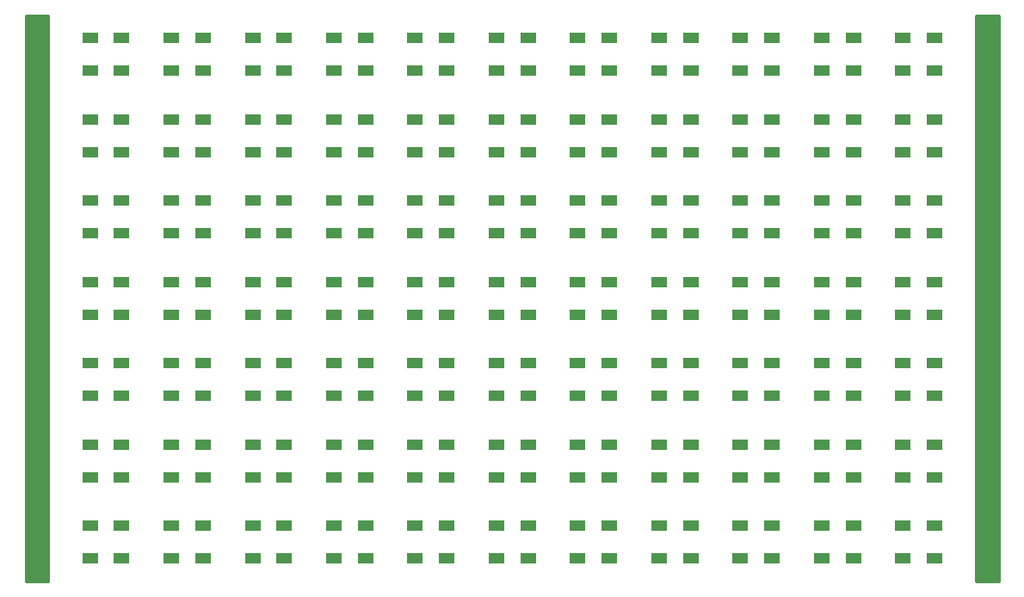
<source format=gbr>
G04 #@! TF.FileFunction,Soldermask,Top*
%FSLAX46Y46*%
G04 Gerber Fmt 4.6, Leading zero omitted, Abs format (unit mm)*
G04 Created by KiCad (PCBNEW (after 2015-may-25 BZR unknown)-product) date 6/10/2015 5:06:00 PM*
%MOMM*%
G01*
G04 APERTURE LIST*
%ADD10C,0.100000*%
%ADD11C,1.750000*%
%ADD12R,1.500000X1.000000*%
%ADD13C,0.254000*%
G04 APERTURE END LIST*
D10*
D11*
X69500000Y-76000000D03*
X69500000Y-68000000D03*
X69500000Y-60000000D03*
X162500000Y-76000000D03*
X162500000Y-68000000D03*
X162500000Y-60000000D03*
D12*
X74450000Y-57600000D03*
X74450000Y-54400000D03*
X69550000Y-54400000D03*
X69550000Y-57600000D03*
X82450000Y-57600000D03*
X82450000Y-54400000D03*
X77550000Y-54400000D03*
X77550000Y-57600000D03*
X90450000Y-57600000D03*
X90450000Y-54400000D03*
X85550000Y-54400000D03*
X85550000Y-57600000D03*
X98450000Y-57600000D03*
X98450000Y-54400000D03*
X93550000Y-54400000D03*
X93550000Y-57600000D03*
X106450000Y-57600000D03*
X106450000Y-54400000D03*
X101550000Y-54400000D03*
X101550000Y-57600000D03*
X114450000Y-57600000D03*
X114450000Y-54400000D03*
X109550000Y-54400000D03*
X109550000Y-57600000D03*
X122450000Y-57600000D03*
X122450000Y-54400000D03*
X117550000Y-54400000D03*
X117550000Y-57600000D03*
X130450000Y-57600000D03*
X130450000Y-54400000D03*
X125550000Y-54400000D03*
X125550000Y-57600000D03*
X138450000Y-57600000D03*
X138450000Y-54400000D03*
X133550000Y-54400000D03*
X133550000Y-57600000D03*
X146450000Y-57600000D03*
X146450000Y-54400000D03*
X141550000Y-54400000D03*
X141550000Y-57600000D03*
X154450000Y-57600000D03*
X154450000Y-54400000D03*
X149550000Y-54400000D03*
X149550000Y-57600000D03*
X162450000Y-57600000D03*
X162450000Y-54400000D03*
X157550000Y-54400000D03*
X157550000Y-57600000D03*
X69550000Y-62400000D03*
X69550000Y-65600000D03*
X74450000Y-65600000D03*
X74450000Y-62400000D03*
X77550000Y-62400000D03*
X77550000Y-65600000D03*
X82450000Y-65600000D03*
X82450000Y-62400000D03*
X85550000Y-62400000D03*
X85550000Y-65600000D03*
X90450000Y-65600000D03*
X90450000Y-62400000D03*
X93550000Y-62400000D03*
X93550000Y-65600000D03*
X98450000Y-65600000D03*
X98450000Y-62400000D03*
X101550000Y-62400000D03*
X101550000Y-65600000D03*
X106450000Y-65600000D03*
X106450000Y-62400000D03*
X109550000Y-62400000D03*
X109550000Y-65600000D03*
X114450000Y-65600000D03*
X114450000Y-62400000D03*
X117550000Y-62400000D03*
X117550000Y-65600000D03*
X122450000Y-65600000D03*
X122450000Y-62400000D03*
X125550000Y-62400000D03*
X125550000Y-65600000D03*
X130450000Y-65600000D03*
X130450000Y-62400000D03*
X133550000Y-62400000D03*
X133550000Y-65600000D03*
X138450000Y-65600000D03*
X138450000Y-62400000D03*
X141550000Y-62400000D03*
X141550000Y-65600000D03*
X146450000Y-65600000D03*
X146450000Y-62400000D03*
X149550000Y-62400000D03*
X149550000Y-65600000D03*
X154450000Y-65600000D03*
X154450000Y-62400000D03*
X157550000Y-62400000D03*
X157550000Y-65600000D03*
X162450000Y-65600000D03*
X162450000Y-62400000D03*
X74450000Y-73600000D03*
X74450000Y-70400000D03*
X69550000Y-70400000D03*
X69550000Y-73600000D03*
X82450000Y-73600000D03*
X82450000Y-70400000D03*
X77550000Y-70400000D03*
X77550000Y-73600000D03*
X90450000Y-73600000D03*
X90450000Y-70400000D03*
X85550000Y-70400000D03*
X85550000Y-73600000D03*
X98450000Y-73600000D03*
X98450000Y-70400000D03*
X93550000Y-70400000D03*
X93550000Y-73600000D03*
X106450000Y-73600000D03*
X106450000Y-70400000D03*
X101550000Y-70400000D03*
X101550000Y-73600000D03*
X114450000Y-73600000D03*
X114450000Y-70400000D03*
X109550000Y-70400000D03*
X109550000Y-73600000D03*
X122450000Y-73600000D03*
X122450000Y-70400000D03*
X117550000Y-70400000D03*
X117550000Y-73600000D03*
X130450000Y-73600000D03*
X130450000Y-70400000D03*
X125550000Y-70400000D03*
X125550000Y-73600000D03*
X138450000Y-73600000D03*
X138450000Y-70400000D03*
X133550000Y-70400000D03*
X133550000Y-73600000D03*
X146450000Y-73600000D03*
X146450000Y-70400000D03*
X141550000Y-70400000D03*
X141550000Y-73600000D03*
X154450000Y-73600000D03*
X154450000Y-70400000D03*
X149550000Y-70400000D03*
X149550000Y-73600000D03*
X162450000Y-73600000D03*
X162450000Y-70400000D03*
X157550000Y-70400000D03*
X157550000Y-73600000D03*
X69550000Y-78400000D03*
X69550000Y-81600000D03*
X74450000Y-81600000D03*
X74450000Y-78400000D03*
X77550000Y-78400000D03*
X77550000Y-81600000D03*
X82450000Y-81600000D03*
X82450000Y-78400000D03*
X85550000Y-78400000D03*
X85550000Y-81600000D03*
X90450000Y-81600000D03*
X90450000Y-78400000D03*
X93550000Y-78400000D03*
X93550000Y-81600000D03*
X98450000Y-81600000D03*
X98450000Y-78400000D03*
X101550000Y-78400000D03*
X101550000Y-81600000D03*
X106450000Y-81600000D03*
X106450000Y-78400000D03*
X109550000Y-78400000D03*
X109550000Y-81600000D03*
X114450000Y-81600000D03*
X114450000Y-78400000D03*
X117550000Y-78400000D03*
X117550000Y-81600000D03*
X122450000Y-81600000D03*
X122450000Y-78400000D03*
X125550000Y-78400000D03*
X125550000Y-81600000D03*
X130450000Y-81600000D03*
X130450000Y-78400000D03*
X133550000Y-78400000D03*
X133550000Y-81600000D03*
X138450000Y-81600000D03*
X138450000Y-78400000D03*
X141550000Y-78400000D03*
X141550000Y-81600000D03*
X146450000Y-81600000D03*
X146450000Y-78400000D03*
X149550000Y-78400000D03*
X149550000Y-81600000D03*
X154450000Y-81600000D03*
X154450000Y-78400000D03*
X157550000Y-78400000D03*
X157550000Y-81600000D03*
X162450000Y-81600000D03*
X162450000Y-78400000D03*
X74450000Y-89600000D03*
X74450000Y-86400000D03*
X69550000Y-86400000D03*
X69550000Y-89600000D03*
X82450000Y-89600000D03*
X82450000Y-86400000D03*
X77550000Y-86400000D03*
X77550000Y-89600000D03*
X90450000Y-89600000D03*
X90450000Y-86400000D03*
X85550000Y-86400000D03*
X85550000Y-89600000D03*
X98450000Y-89600000D03*
X98450000Y-86400000D03*
X93550000Y-86400000D03*
X93550000Y-89600000D03*
X106450000Y-89600000D03*
X106450000Y-86400000D03*
X101550000Y-86400000D03*
X101550000Y-89600000D03*
X114450000Y-89600000D03*
X114450000Y-86400000D03*
X109550000Y-86400000D03*
X109550000Y-89600000D03*
X122450000Y-89600000D03*
X122450000Y-86400000D03*
X117550000Y-86400000D03*
X117550000Y-89600000D03*
X130450000Y-89600000D03*
X130450000Y-86400000D03*
X125550000Y-86400000D03*
X125550000Y-89600000D03*
X138450000Y-89600000D03*
X138450000Y-86400000D03*
X133550000Y-86400000D03*
X133550000Y-89600000D03*
X146450000Y-89600000D03*
X146450000Y-86400000D03*
X141550000Y-86400000D03*
X141550000Y-89600000D03*
X154450000Y-89600000D03*
X154450000Y-86400000D03*
X149550000Y-86400000D03*
X149550000Y-89600000D03*
X162450000Y-89600000D03*
X162450000Y-86400000D03*
X157550000Y-86400000D03*
X157550000Y-89600000D03*
X69550000Y-94400000D03*
X69550000Y-97600000D03*
X74450000Y-97600000D03*
X74450000Y-94400000D03*
X77550000Y-94400000D03*
X77550000Y-97600000D03*
X82450000Y-97600000D03*
X82450000Y-94400000D03*
X85550000Y-94400000D03*
X85550000Y-97600000D03*
X90450000Y-97600000D03*
X90450000Y-94400000D03*
X93550000Y-94400000D03*
X93550000Y-97600000D03*
X98450000Y-97600000D03*
X98450000Y-94400000D03*
X101550000Y-94400000D03*
X101550000Y-97600000D03*
X106450000Y-97600000D03*
X106450000Y-94400000D03*
X109550000Y-94400000D03*
X109550000Y-97600000D03*
X114450000Y-97600000D03*
X114450000Y-94400000D03*
X117550000Y-94400000D03*
X117550000Y-97600000D03*
X122450000Y-97600000D03*
X122450000Y-94400000D03*
X125550000Y-94400000D03*
X125550000Y-97600000D03*
X130450000Y-97600000D03*
X130450000Y-94400000D03*
X133550000Y-94400000D03*
X133550000Y-97600000D03*
X138450000Y-97600000D03*
X138450000Y-94400000D03*
X141550000Y-94400000D03*
X141550000Y-97600000D03*
X146450000Y-97600000D03*
X146450000Y-94400000D03*
X149550000Y-94400000D03*
X149550000Y-97600000D03*
X154450000Y-97600000D03*
X154450000Y-94400000D03*
X157550000Y-94400000D03*
X157550000Y-97600000D03*
X162450000Y-97600000D03*
X162450000Y-94400000D03*
X74450000Y-105600000D03*
X74450000Y-102400000D03*
X69550000Y-102400000D03*
X69550000Y-105600000D03*
X82450000Y-105600000D03*
X82450000Y-102400000D03*
X77550000Y-102400000D03*
X77550000Y-105600000D03*
X90450000Y-105600000D03*
X90450000Y-102400000D03*
X85550000Y-102400000D03*
X85550000Y-105600000D03*
X98450000Y-105600000D03*
X98450000Y-102400000D03*
X93550000Y-102400000D03*
X93550000Y-105600000D03*
X106450000Y-105600000D03*
X106450000Y-102400000D03*
X101550000Y-102400000D03*
X101550000Y-105600000D03*
X114450000Y-105600000D03*
X114450000Y-102400000D03*
X109550000Y-102400000D03*
X109550000Y-105600000D03*
X122450000Y-105600000D03*
X122450000Y-102400000D03*
X117550000Y-102400000D03*
X117550000Y-105600000D03*
X130450000Y-105600000D03*
X130450000Y-102400000D03*
X125550000Y-102400000D03*
X125550000Y-105600000D03*
X138450000Y-105600000D03*
X138450000Y-102400000D03*
X133550000Y-102400000D03*
X133550000Y-105600000D03*
X146450000Y-105600000D03*
X146450000Y-102400000D03*
X141550000Y-102400000D03*
X141550000Y-105600000D03*
X154450000Y-105600000D03*
X154450000Y-102400000D03*
X149550000Y-102400000D03*
X149550000Y-105600000D03*
X162450000Y-105600000D03*
X162450000Y-102400000D03*
X157550000Y-102400000D03*
X157550000Y-105600000D03*
D13*
G36*
X163873000Y-107873000D02*
X161627000Y-107873000D01*
X161627000Y-52127000D01*
X163873000Y-52127000D01*
X163873000Y-107873000D01*
X163873000Y-107873000D01*
G37*
X163873000Y-107873000D02*
X161627000Y-107873000D01*
X161627000Y-52127000D01*
X163873000Y-52127000D01*
X163873000Y-107873000D01*
G36*
X70373000Y-107873000D02*
X68127000Y-107873000D01*
X68127000Y-52127000D01*
X70373000Y-52127000D01*
X70373000Y-107873000D01*
X70373000Y-107873000D01*
G37*
X70373000Y-107873000D02*
X68127000Y-107873000D01*
X68127000Y-52127000D01*
X70373000Y-52127000D01*
X70373000Y-107873000D01*
M02*

</source>
